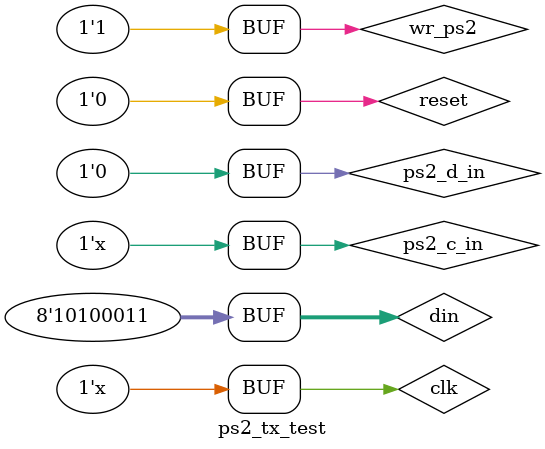
<source format=v>
module ps2_tx_test;
reg clk,reset,wr_ps2,ps2_c_in,ps2_d_in;
reg [7:0] din;

wire ps2_c_out,ps2_d_out,tx_idle,tx_done;



ps2_transmitter u1(clk,reset,wr_ps2,din,ps2_c_in,ps2_d_in,ps2_c_out,ps2_d_out,tx_idle,tx_done);



initial 
begin
	clk=0; reset=1; 
	ps2_c_in=0; ps2_d_in=0;
	#20 begin reset=0; wr_ps2=1; din=8'ha3; end


end
always 
#10 clk=!clk;
always
#200 ps2_c_in=!ps2_c_in;

endmodule
</source>
